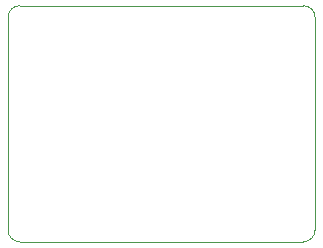
<source format=gbr>
G04 #@! TF.GenerationSoftware,KiCad,Pcbnew,8.0.8*
G04 #@! TF.CreationDate,2026-01-04T09:20:55-05:00*
G04 #@! TF.ProjectId,project-hw-60v-dcdc,70726f6a-6563-4742-9d68-772d3630762d,rev?*
G04 #@! TF.SameCoordinates,Original*
G04 #@! TF.FileFunction,Profile,NP*
%FSLAX46Y46*%
G04 Gerber Fmt 4.6, Leading zero omitted, Abs format (unit mm)*
G04 Created by KiCad (PCBNEW 8.0.8) date 2026-01-04 09:20:55*
%MOMM*%
%LPD*%
G01*
G04 APERTURE LIST*
G04 #@! TA.AperFunction,Profile*
%ADD10C,0.050000*%
G04 #@! TD*
G04 APERTURE END LIST*
D10*
X60000000Y-23000000D02*
X60000000Y-41000000D01*
X60000000Y-41000000D02*
G75*
G02*
X59000000Y-42000000I-1000000J0D01*
G01*
X59000000Y-22000000D02*
G75*
G02*
X60000000Y-23000000I0J-1000000D01*
G01*
X35000000Y-22000000D02*
X59000000Y-22000000D01*
X34000000Y-23000000D02*
G75*
G02*
X35000000Y-22000000I1000000J0D01*
G01*
X34000000Y-41000000D02*
X34000000Y-23000000D01*
X35000000Y-42000000D02*
G75*
G02*
X34000000Y-41000000I0J1000000D01*
G01*
X59000000Y-42000000D02*
X35000000Y-42000000D01*
M02*

</source>
